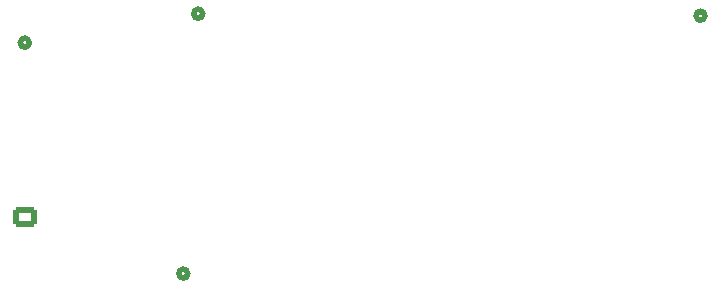
<source format=gbr>
%TF.GenerationSoftware,KiCad,Pcbnew,9.0.1*%
%TF.CreationDate,2025-04-15T15:10:41-07:00*%
%TF.ProjectId,IO:Sensor Board,494f3a53-656e-4736-9f72-20426f617264,rev?*%
%TF.SameCoordinates,Original*%
%TF.FileFunction,Legend,Bot*%
%TF.FilePolarity,Positive*%
%FSLAX46Y46*%
G04 Gerber Fmt 4.6, Leading zero omitted, Abs format (unit mm)*
G04 Created by KiCad (PCBNEW 9.0.1) date 2025-04-15 15:10:41*
%MOMM*%
%LPD*%
G01*
G04 APERTURE LIST*
G04 Aperture macros list*
%AMRoundRect*
0 Rectangle with rounded corners*
0 $1 Rounding radius*
0 $2 $3 $4 $5 $6 $7 $8 $9 X,Y pos of 4 corners*
0 Add a 4 corners polygon primitive as box body*
4,1,4,$2,$3,$4,$5,$6,$7,$8,$9,$2,$3,0*
0 Add four circle primitives for the rounded corners*
1,1,$1+$1,$2,$3*
1,1,$1+$1,$4,$5*
1,1,$1+$1,$6,$7*
1,1,$1+$1,$8,$9*
0 Add four rect primitives between the rounded corners*
20,1,$1+$1,$2,$3,$4,$5,0*
20,1,$1+$1,$4,$5,$6,$7,0*
20,1,$1+$1,$6,$7,$8,$9,0*
20,1,$1+$1,$8,$9,$2,$3,0*%
G04 Aperture macros list end*
%ADD10C,0.508000*%
%ADD11C,1.498600*%
%ADD12RoundRect,0.102000X-0.975000X0.975000X-0.975000X-0.975000X0.975000X-0.975000X0.975000X0.975000X0*%
%ADD13C,2.154000*%
%ADD14C,2.904000*%
%ADD15RoundRect,0.102000X1.081873X0.000000X0.000000X1.081873X-1.081873X0.000000X0.000000X-1.081873X0*%
%ADD16C,1.734000*%
%ADD17RoundRect,0.250000X-0.725000X0.600000X-0.725000X-0.600000X0.725000X-0.600000X0.725000X0.600000X0*%
%ADD18O,1.950000X1.700000*%
G04 APERTURE END LIST*
D10*
%TO.C,J1*%
X148796741Y-93333511D02*
G75*
G02*
X148034741Y-93333511I-381000J0D01*
G01*
X148034741Y-93333511D02*
G75*
G02*
X148796741Y-93333511I381000J0D01*
G01*
%TO.C,J4*%
X192593000Y-71500000D02*
G75*
G02*
X191831000Y-71500000I-381000J0D01*
G01*
X191831000Y-71500000D02*
G75*
G02*
X192593000Y-71500000I381000J0D01*
G01*
%TO.C,J5*%
X135380999Y-73784998D02*
G75*
G02*
X134619003Y-73784998I-380998J0D01*
G01*
X134619003Y-73784998D02*
G75*
G02*
X135380999Y-73784998I380998J0D01*
G01*
%TO.C,J2*%
X150062600Y-71329802D02*
G75*
G02*
X149300604Y-71329802I-380998J0D01*
G01*
X149300604Y-71329802D02*
G75*
G02*
X150062600Y-71329802I380998J0D01*
G01*
%TD*%
%LPC*%
D11*
%TO.C,J1*%
X146142393Y-95606859D03*
X144374626Y-97374626D03*
X142606859Y-99142393D03*
%TD*%
D12*
%TO.C,P2*%
X194500000Y-107500000D03*
D13*
X194500000Y-112500000D03*
%TD*%
D14*
%TO.C,U10*%
X164500000Y-71000000D03*
X169500000Y-71000000D03*
%TD*%
D12*
%TO.C,P3*%
X194500000Y-96500000D03*
D13*
X194500000Y-101500000D03*
%TD*%
D11*
%TO.C,J4*%
X189000000Y-71500000D03*
X186500000Y-71500000D03*
%TD*%
%TO.C,J5*%
X135000000Y-77000000D03*
X135000000Y-79500000D03*
X135000000Y-82000000D03*
%TD*%
D15*
%TO.C,U2*%
X152703949Y-131796051D03*
D16*
X154500000Y-130000000D03*
X156296052Y-128203949D03*
X158092103Y-126407897D03*
X159888154Y-124611846D03*
X161684205Y-122815795D03*
X163480257Y-121019744D03*
X165276308Y-119223693D03*
X167072359Y-117427641D03*
X168868410Y-115631590D03*
X170664461Y-113835539D03*
X172460513Y-112039488D03*
X174256564Y-110243436D03*
X176052615Y-108447385D03*
X177848666Y-106651334D03*
X179644718Y-104855283D03*
X181440769Y-103059231D03*
X183236820Y-101263180D03*
X185032871Y-99467129D03*
X167072359Y-81506617D03*
X165276308Y-83302668D03*
X163480257Y-85098719D03*
X161684205Y-86894770D03*
X159888154Y-88690822D03*
X158092103Y-90486873D03*
X156296052Y-92282924D03*
X154500000Y-94078975D03*
X152703949Y-95875027D03*
X150907898Y-97671078D03*
X149111847Y-99467129D03*
X147315795Y-101263180D03*
X145519744Y-103059231D03*
X143723693Y-104855283D03*
X141927642Y-106651334D03*
X140131591Y-108447385D03*
X138335539Y-110243436D03*
X136539488Y-112039488D03*
X134743437Y-113835539D03*
%TD*%
D11*
%TO.C,J2*%
X146466600Y-71329801D03*
X143966600Y-71329801D03*
X141466600Y-71329801D03*
%TD*%
D17*
%TO.C,J3*%
X135000000Y-88500000D03*
D18*
X135000000Y-91000000D03*
X135000000Y-93500000D03*
X135000000Y-95999999D03*
X134999999Y-98499999D03*
X135000000Y-101000000D03*
%TD*%
D12*
%TO.C,P1*%
X194462500Y-118500000D03*
D13*
X194462500Y-123500000D03*
%TD*%
D14*
%TO.C,U8*%
X153500000Y-71000000D03*
X158500000Y-71000000D03*
%TD*%
%LPD*%
M02*

</source>
